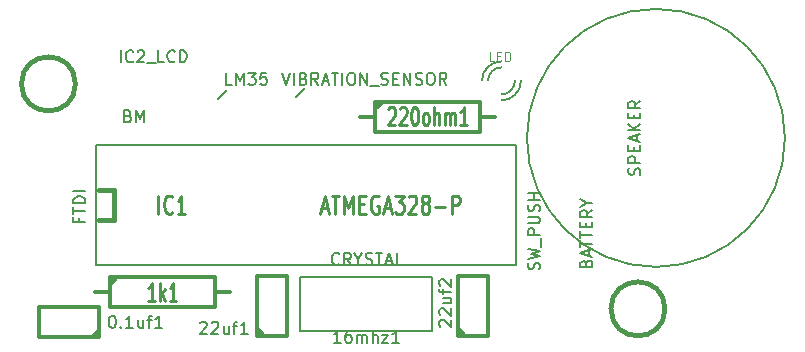
<source format=gto>
G04 #@! TF.FileFunction,Legend,Top*
%FSLAX46Y46*%
G04 Gerber Fmt 4.6, Leading zero omitted, Abs format (unit mm)*
G04 Created by KiCad (PCBNEW 0.201507042246+5884~23~ubuntu15.04.1-product) date Mon 06 Jul 2015 21:28:29 BST*
%MOMM*%
G01*
G04 APERTURE LIST*
%ADD10C,0.150000*%
%ADD11C,0.200000*%
%ADD12C,0.304800*%
%ADD13C,0.381000*%
%ADD14C,0.152400*%
%ADD15C,0.254000*%
%ADD16C,0.203200*%
%ADD17C,0.285750*%
%ADD18C,0.088900*%
G04 APERTURE END LIST*
D10*
D11*
X169926000Y-134112000D02*
X170688000Y-133350000D01*
X163322000Y-134239000D02*
X164084000Y-133477000D01*
D10*
X211328000Y-137541000D02*
G75*
G03X211328000Y-137541000I-10922000J0D01*
G01*
D12*
X154178000Y-149352000D02*
X154178000Y-151892000D01*
X154178000Y-151892000D02*
X163068000Y-151892000D01*
X163068000Y-151892000D02*
X163068000Y-149352000D01*
X163068000Y-149352000D02*
X154178000Y-149352000D01*
X154178000Y-149987000D02*
X154813000Y-149352000D01*
X154178000Y-150622000D02*
X152908000Y-150622000D01*
X163068000Y-150622000D02*
X164338000Y-150622000D01*
X176657000Y-134493000D02*
X176657000Y-137033000D01*
X176657000Y-137033000D02*
X185547000Y-137033000D01*
X185547000Y-137033000D02*
X185547000Y-134493000D01*
X185547000Y-134493000D02*
X176657000Y-134493000D01*
X176657000Y-135128000D02*
X177292000Y-134493000D01*
X176657000Y-135763000D02*
X175387000Y-135763000D01*
X185547000Y-135763000D02*
X186817000Y-135763000D01*
X166624000Y-154254200D02*
X166624000Y-149225000D01*
X166624000Y-149225000D02*
X169164000Y-149225000D01*
X169164000Y-149225000D02*
X169164000Y-154305000D01*
X169164000Y-154305000D02*
X166624000Y-154305000D01*
X167259000Y-154305000D02*
X166624000Y-153670000D01*
X183642000Y-154254200D02*
X183642000Y-149225000D01*
X183642000Y-149225000D02*
X186182000Y-149225000D01*
X186182000Y-149225000D02*
X186182000Y-154305000D01*
X186182000Y-154305000D02*
X183642000Y-154305000D01*
X184277000Y-154305000D02*
X183642000Y-153670000D01*
X153238200Y-154432000D02*
X148209000Y-154432000D01*
X148209000Y-154432000D02*
X148209000Y-151892000D01*
X148209000Y-151892000D02*
X153289000Y-151892000D01*
X153289000Y-151892000D02*
X153289000Y-154432000D01*
X153289000Y-153797000D02*
X152654000Y-154432000D01*
D10*
X181483000Y-153924000D02*
X170307000Y-153924000D01*
X170307000Y-153924000D02*
X170307000Y-149352000D01*
X170307000Y-149352000D02*
X181483000Y-149352000D01*
X181483000Y-149352000D02*
X181483000Y-153924000D01*
X153035000Y-138176000D02*
X188595000Y-138176000D01*
X188595000Y-138176000D02*
X188595000Y-148336000D01*
X188595000Y-148336000D02*
X153035000Y-148336000D01*
X153035000Y-148336000D02*
X153035000Y-138176000D01*
D13*
X153289000Y-141986000D02*
X154559000Y-141986000D01*
X154559000Y-141986000D02*
X154559000Y-144526000D01*
X154559000Y-144526000D02*
X153289000Y-144526000D01*
D14*
X187325000Y-131572000D02*
G75*
G03X186182000Y-132715000I0J-1143000D01*
G01*
X187325000Y-133858000D02*
G75*
G03X188468000Y-132715000I0J1143000D01*
G01*
X187325000Y-131064000D02*
G75*
G03X185674000Y-132715000I0J-1651000D01*
G01*
X187325000Y-134366000D02*
G75*
G03X188976000Y-132715000I0J1651000D01*
G01*
D13*
X151257000Y-132969000D02*
G75*
G03X151257000Y-132969000I-2286000J0D01*
G01*
X201168000Y-152019000D02*
G75*
G03X201168000Y-152019000I-2286000J0D01*
G01*
D10*
X199032762Y-140660048D02*
X199080381Y-140517191D01*
X199080381Y-140279095D01*
X199032762Y-140183857D01*
X198985143Y-140136238D01*
X198889905Y-140088619D01*
X198794667Y-140088619D01*
X198699429Y-140136238D01*
X198651810Y-140183857D01*
X198604190Y-140279095D01*
X198556571Y-140469572D01*
X198508952Y-140564810D01*
X198461333Y-140612429D01*
X198366095Y-140660048D01*
X198270857Y-140660048D01*
X198175619Y-140612429D01*
X198128000Y-140564810D01*
X198080381Y-140469572D01*
X198080381Y-140231476D01*
X198128000Y-140088619D01*
X199080381Y-139660048D02*
X198080381Y-139660048D01*
X198080381Y-139279095D01*
X198128000Y-139183857D01*
X198175619Y-139136238D01*
X198270857Y-139088619D01*
X198413714Y-139088619D01*
X198508952Y-139136238D01*
X198556571Y-139183857D01*
X198604190Y-139279095D01*
X198604190Y-139660048D01*
X198556571Y-138660048D02*
X198556571Y-138326714D01*
X199080381Y-138183857D02*
X199080381Y-138660048D01*
X198080381Y-138660048D01*
X198080381Y-138183857D01*
X198794667Y-137802905D02*
X198794667Y-137326714D01*
X199080381Y-137898143D02*
X198080381Y-137564810D01*
X199080381Y-137231476D01*
X199080381Y-136898143D02*
X198080381Y-136898143D01*
X199080381Y-136326714D02*
X198508952Y-136755286D01*
X198080381Y-136326714D02*
X198651810Y-136898143D01*
X198556571Y-135898143D02*
X198556571Y-135564809D01*
X199080381Y-135421952D02*
X199080381Y-135898143D01*
X198080381Y-135898143D01*
X198080381Y-135421952D01*
X199080381Y-134421952D02*
X198604190Y-134755286D01*
X199080381Y-134993381D02*
X198080381Y-134993381D01*
X198080381Y-134612428D01*
X198128000Y-134517190D01*
X198175619Y-134469571D01*
X198270857Y-134421952D01*
X198413714Y-134421952D01*
X198508952Y-134469571D01*
X198556571Y-134517190D01*
X198604190Y-134612428D01*
X198604190Y-134993381D01*
X151566571Y-144359190D02*
X151566571Y-144692524D01*
X152090381Y-144692524D02*
X151090381Y-144692524D01*
X151090381Y-144216333D01*
X151090381Y-143978238D02*
X151090381Y-143406809D01*
X152090381Y-143692524D02*
X151090381Y-143692524D01*
X152090381Y-143073476D02*
X151090381Y-143073476D01*
X151090381Y-142835381D01*
X151138000Y-142692523D01*
X151233238Y-142597285D01*
X151328476Y-142549666D01*
X151518952Y-142502047D01*
X151661810Y-142502047D01*
X151852286Y-142549666D01*
X151947524Y-142597285D01*
X152042762Y-142692523D01*
X152090381Y-142835381D01*
X152090381Y-143073476D01*
X152090381Y-142073476D02*
X151090381Y-142073476D01*
D15*
X158018238Y-151311429D02*
X157437667Y-151311429D01*
X157727953Y-151311429D02*
X157727953Y-149787429D01*
X157631191Y-150005143D01*
X157534429Y-150150286D01*
X157437667Y-150222857D01*
X158453667Y-151311429D02*
X158453667Y-149787429D01*
X158550429Y-150730857D02*
X158840714Y-151311429D01*
X158840714Y-150295429D02*
X158453667Y-150876000D01*
X159808333Y-151311429D02*
X159227762Y-151311429D01*
X159518048Y-151311429D02*
X159518048Y-149787429D01*
X159421286Y-150005143D01*
X159324524Y-150150286D01*
X159227762Y-150222857D01*
D12*
D15*
X177763715Y-135073571D02*
X177812096Y-135001000D01*
X177908858Y-134928429D01*
X178150762Y-134928429D01*
X178247524Y-135001000D01*
X178295905Y-135073571D01*
X178344286Y-135218714D01*
X178344286Y-135363857D01*
X178295905Y-135581571D01*
X177715334Y-136452429D01*
X178344286Y-136452429D01*
X178731334Y-135073571D02*
X178779715Y-135001000D01*
X178876477Y-134928429D01*
X179118381Y-134928429D01*
X179215143Y-135001000D01*
X179263524Y-135073571D01*
X179311905Y-135218714D01*
X179311905Y-135363857D01*
X179263524Y-135581571D01*
X178682953Y-136452429D01*
X179311905Y-136452429D01*
X179940858Y-134928429D02*
X180037619Y-134928429D01*
X180134381Y-135001000D01*
X180182762Y-135073571D01*
X180231143Y-135218714D01*
X180279524Y-135509000D01*
X180279524Y-135871857D01*
X180231143Y-136162143D01*
X180182762Y-136307286D01*
X180134381Y-136379857D01*
X180037619Y-136452429D01*
X179940858Y-136452429D01*
X179844096Y-136379857D01*
X179795715Y-136307286D01*
X179747334Y-136162143D01*
X179698953Y-135871857D01*
X179698953Y-135509000D01*
X179747334Y-135218714D01*
X179795715Y-135073571D01*
X179844096Y-135001000D01*
X179940858Y-134928429D01*
X180860096Y-136452429D02*
X180763334Y-136379857D01*
X180714953Y-136307286D01*
X180666572Y-136162143D01*
X180666572Y-135726714D01*
X180714953Y-135581571D01*
X180763334Y-135509000D01*
X180860096Y-135436429D01*
X181005238Y-135436429D01*
X181102000Y-135509000D01*
X181150381Y-135581571D01*
X181198762Y-135726714D01*
X181198762Y-136162143D01*
X181150381Y-136307286D01*
X181102000Y-136379857D01*
X181005238Y-136452429D01*
X180860096Y-136452429D01*
X181634191Y-136452429D02*
X181634191Y-134928429D01*
X182069619Y-136452429D02*
X182069619Y-135654143D01*
X182021238Y-135509000D01*
X181924476Y-135436429D01*
X181779334Y-135436429D01*
X181682572Y-135509000D01*
X181634191Y-135581571D01*
X182553429Y-136452429D02*
X182553429Y-135436429D01*
X182553429Y-135581571D02*
X182601810Y-135509000D01*
X182698572Y-135436429D01*
X182843714Y-135436429D01*
X182940476Y-135509000D01*
X182988857Y-135654143D01*
X182988857Y-136452429D01*
X182988857Y-135654143D02*
X183037238Y-135509000D01*
X183134000Y-135436429D01*
X183279143Y-135436429D01*
X183375905Y-135509000D01*
X183424286Y-135654143D01*
X183424286Y-136452429D01*
X184440286Y-136452429D02*
X183859715Y-136452429D01*
X184150001Y-136452429D02*
X184150001Y-134928429D01*
X184053239Y-135146143D01*
X183956477Y-135291286D01*
X183859715Y-135363857D01*
D12*
D16*
X161822191Y-153210381D02*
X161870572Y-153162000D01*
X161967334Y-153113619D01*
X162209238Y-153113619D01*
X162306000Y-153162000D01*
X162354381Y-153210381D01*
X162402762Y-153307143D01*
X162402762Y-153403905D01*
X162354381Y-153549048D01*
X161773810Y-154129619D01*
X162402762Y-154129619D01*
X162789810Y-153210381D02*
X162838191Y-153162000D01*
X162934953Y-153113619D01*
X163176857Y-153113619D01*
X163273619Y-153162000D01*
X163322000Y-153210381D01*
X163370381Y-153307143D01*
X163370381Y-153403905D01*
X163322000Y-153549048D01*
X162741429Y-154129619D01*
X163370381Y-154129619D01*
X164241238Y-153452286D02*
X164241238Y-154129619D01*
X163805810Y-153452286D02*
X163805810Y-153984476D01*
X163854191Y-154081238D01*
X163950953Y-154129619D01*
X164096095Y-154129619D01*
X164192857Y-154081238D01*
X164241238Y-154032857D01*
X164579905Y-153452286D02*
X164966953Y-153452286D01*
X164725048Y-154129619D02*
X164725048Y-153258762D01*
X164773429Y-153162000D01*
X164870191Y-153113619D01*
X164966953Y-153113619D01*
X165837809Y-154129619D02*
X165257238Y-154129619D01*
X165547524Y-154129619D02*
X165547524Y-153113619D01*
X165450762Y-153258762D01*
X165354000Y-153355524D01*
X165257238Y-153403905D01*
X182166381Y-153518809D02*
X182118000Y-153470428D01*
X182069619Y-153373666D01*
X182069619Y-153131762D01*
X182118000Y-153035000D01*
X182166381Y-152986619D01*
X182263143Y-152938238D01*
X182359905Y-152938238D01*
X182505048Y-152986619D01*
X183085619Y-153567190D01*
X183085619Y-152938238D01*
X182166381Y-152551190D02*
X182118000Y-152502809D01*
X182069619Y-152406047D01*
X182069619Y-152164143D01*
X182118000Y-152067381D01*
X182166381Y-152019000D01*
X182263143Y-151970619D01*
X182359905Y-151970619D01*
X182505048Y-152019000D01*
X183085619Y-152599571D01*
X183085619Y-151970619D01*
X182408286Y-151099762D02*
X183085619Y-151099762D01*
X182408286Y-151535190D02*
X182940476Y-151535190D01*
X183037238Y-151486809D01*
X183085619Y-151390047D01*
X183085619Y-151244905D01*
X183037238Y-151148143D01*
X182988857Y-151099762D01*
X182408286Y-150761095D02*
X182408286Y-150374047D01*
X183085619Y-150615952D02*
X182214762Y-150615952D01*
X182118000Y-150567571D01*
X182069619Y-150470809D01*
X182069619Y-150374047D01*
X182166381Y-150083762D02*
X182118000Y-150035381D01*
X182069619Y-149938619D01*
X182069619Y-149696715D01*
X182118000Y-149599953D01*
X182166381Y-149551572D01*
X182263143Y-149503191D01*
X182359905Y-149503191D01*
X182505048Y-149551572D01*
X183085619Y-150132143D01*
X183085619Y-149503191D01*
X154329191Y-152605619D02*
X154425952Y-152605619D01*
X154522714Y-152654000D01*
X154571095Y-152702381D01*
X154619476Y-152799143D01*
X154667857Y-152992667D01*
X154667857Y-153234571D01*
X154619476Y-153428095D01*
X154571095Y-153524857D01*
X154522714Y-153573238D01*
X154425952Y-153621619D01*
X154329191Y-153621619D01*
X154232429Y-153573238D01*
X154184048Y-153524857D01*
X154135667Y-153428095D01*
X154087286Y-153234571D01*
X154087286Y-152992667D01*
X154135667Y-152799143D01*
X154184048Y-152702381D01*
X154232429Y-152654000D01*
X154329191Y-152605619D01*
X155103286Y-153524857D02*
X155151667Y-153573238D01*
X155103286Y-153621619D01*
X155054905Y-153573238D01*
X155103286Y-153524857D01*
X155103286Y-153621619D01*
X156119286Y-153621619D02*
X155538715Y-153621619D01*
X155829001Y-153621619D02*
X155829001Y-152605619D01*
X155732239Y-152750762D01*
X155635477Y-152847524D01*
X155538715Y-152895905D01*
X156990143Y-152944286D02*
X156990143Y-153621619D01*
X156554715Y-152944286D02*
X156554715Y-153476476D01*
X156603096Y-153573238D01*
X156699858Y-153621619D01*
X156845000Y-153621619D01*
X156941762Y-153573238D01*
X156990143Y-153524857D01*
X157328810Y-152944286D02*
X157715858Y-152944286D01*
X157473953Y-153621619D02*
X157473953Y-152750762D01*
X157522334Y-152654000D01*
X157619096Y-152605619D01*
X157715858Y-152605619D01*
X158586714Y-153621619D02*
X158006143Y-153621619D01*
X158296429Y-153621619D02*
X158296429Y-152605619D01*
X158199667Y-152750762D01*
X158102905Y-152847524D01*
X158006143Y-152895905D01*
D10*
X164520715Y-133040381D02*
X164044524Y-133040381D01*
X164044524Y-132040381D01*
X164854048Y-133040381D02*
X164854048Y-132040381D01*
X165187382Y-132754667D01*
X165520715Y-132040381D01*
X165520715Y-133040381D01*
X165901667Y-132040381D02*
X166520715Y-132040381D01*
X166187381Y-132421333D01*
X166330239Y-132421333D01*
X166425477Y-132468952D01*
X166473096Y-132516571D01*
X166520715Y-132611810D01*
X166520715Y-132849905D01*
X166473096Y-132945143D01*
X166425477Y-132992762D01*
X166330239Y-133040381D01*
X166044524Y-133040381D01*
X165949286Y-132992762D01*
X165901667Y-132945143D01*
X167425477Y-132040381D02*
X166949286Y-132040381D01*
X166901667Y-132516571D01*
X166949286Y-132468952D01*
X167044524Y-132421333D01*
X167282620Y-132421333D01*
X167377858Y-132468952D01*
X167425477Y-132516571D01*
X167473096Y-132611810D01*
X167473096Y-132849905D01*
X167425477Y-132945143D01*
X167377858Y-132992762D01*
X167282620Y-133040381D01*
X167044524Y-133040381D01*
X166949286Y-132992762D01*
X166901667Y-132945143D01*
X168768000Y-132040381D02*
X169101333Y-133040381D01*
X169434667Y-132040381D01*
X169768000Y-133040381D02*
X169768000Y-132040381D01*
X170577524Y-132516571D02*
X170720381Y-132564190D01*
X170768000Y-132611810D01*
X170815619Y-132707048D01*
X170815619Y-132849905D01*
X170768000Y-132945143D01*
X170720381Y-132992762D01*
X170625143Y-133040381D01*
X170244190Y-133040381D01*
X170244190Y-132040381D01*
X170577524Y-132040381D01*
X170672762Y-132088000D01*
X170720381Y-132135619D01*
X170768000Y-132230857D01*
X170768000Y-132326095D01*
X170720381Y-132421333D01*
X170672762Y-132468952D01*
X170577524Y-132516571D01*
X170244190Y-132516571D01*
X171815619Y-133040381D02*
X171482285Y-132564190D01*
X171244190Y-133040381D02*
X171244190Y-132040381D01*
X171625143Y-132040381D01*
X171720381Y-132088000D01*
X171768000Y-132135619D01*
X171815619Y-132230857D01*
X171815619Y-132373714D01*
X171768000Y-132468952D01*
X171720381Y-132516571D01*
X171625143Y-132564190D01*
X171244190Y-132564190D01*
X172196571Y-132754667D02*
X172672762Y-132754667D01*
X172101333Y-133040381D02*
X172434666Y-132040381D01*
X172768000Y-133040381D01*
X172958476Y-132040381D02*
X173529905Y-132040381D01*
X173244190Y-133040381D02*
X173244190Y-132040381D01*
X173863238Y-133040381D02*
X173863238Y-132040381D01*
X174529904Y-132040381D02*
X174720381Y-132040381D01*
X174815619Y-132088000D01*
X174910857Y-132183238D01*
X174958476Y-132373714D01*
X174958476Y-132707048D01*
X174910857Y-132897524D01*
X174815619Y-132992762D01*
X174720381Y-133040381D01*
X174529904Y-133040381D01*
X174434666Y-132992762D01*
X174339428Y-132897524D01*
X174291809Y-132707048D01*
X174291809Y-132373714D01*
X174339428Y-132183238D01*
X174434666Y-132088000D01*
X174529904Y-132040381D01*
X175387047Y-133040381D02*
X175387047Y-132040381D01*
X175958476Y-133040381D01*
X175958476Y-132040381D01*
X176196571Y-133135619D02*
X176958476Y-133135619D01*
X177148952Y-132992762D02*
X177291809Y-133040381D01*
X177529905Y-133040381D01*
X177625143Y-132992762D01*
X177672762Y-132945143D01*
X177720381Y-132849905D01*
X177720381Y-132754667D01*
X177672762Y-132659429D01*
X177625143Y-132611810D01*
X177529905Y-132564190D01*
X177339428Y-132516571D01*
X177244190Y-132468952D01*
X177196571Y-132421333D01*
X177148952Y-132326095D01*
X177148952Y-132230857D01*
X177196571Y-132135619D01*
X177244190Y-132088000D01*
X177339428Y-132040381D01*
X177577524Y-132040381D01*
X177720381Y-132088000D01*
X178148952Y-132516571D02*
X178482286Y-132516571D01*
X178625143Y-133040381D02*
X178148952Y-133040381D01*
X178148952Y-132040381D01*
X178625143Y-132040381D01*
X179053714Y-133040381D02*
X179053714Y-132040381D01*
X179625143Y-133040381D01*
X179625143Y-132040381D01*
X180053714Y-132992762D02*
X180196571Y-133040381D01*
X180434667Y-133040381D01*
X180529905Y-132992762D01*
X180577524Y-132945143D01*
X180625143Y-132849905D01*
X180625143Y-132754667D01*
X180577524Y-132659429D01*
X180529905Y-132611810D01*
X180434667Y-132564190D01*
X180244190Y-132516571D01*
X180148952Y-132468952D01*
X180101333Y-132421333D01*
X180053714Y-132326095D01*
X180053714Y-132230857D01*
X180101333Y-132135619D01*
X180148952Y-132088000D01*
X180244190Y-132040381D01*
X180482286Y-132040381D01*
X180625143Y-132088000D01*
X181244190Y-132040381D02*
X181434667Y-132040381D01*
X181529905Y-132088000D01*
X181625143Y-132183238D01*
X181672762Y-132373714D01*
X181672762Y-132707048D01*
X181625143Y-132897524D01*
X181529905Y-132992762D01*
X181434667Y-133040381D01*
X181244190Y-133040381D01*
X181148952Y-132992762D01*
X181053714Y-132897524D01*
X181006095Y-132707048D01*
X181006095Y-132373714D01*
X181053714Y-132183238D01*
X181148952Y-132088000D01*
X181244190Y-132040381D01*
X182672762Y-133040381D02*
X182339428Y-132564190D01*
X182101333Y-133040381D02*
X182101333Y-132040381D01*
X182482286Y-132040381D01*
X182577524Y-132088000D01*
X182625143Y-132135619D01*
X182672762Y-132230857D01*
X182672762Y-132373714D01*
X182625143Y-132468952D01*
X182577524Y-132516571D01*
X182482286Y-132564190D01*
X182101333Y-132564190D01*
X173704524Y-154884381D02*
X173133095Y-154884381D01*
X173418809Y-154884381D02*
X173418809Y-153884381D01*
X173323571Y-154027238D01*
X173228333Y-154122476D01*
X173133095Y-154170095D01*
X174561667Y-153884381D02*
X174371190Y-153884381D01*
X174275952Y-153932000D01*
X174228333Y-153979619D01*
X174133095Y-154122476D01*
X174085476Y-154312952D01*
X174085476Y-154693905D01*
X174133095Y-154789143D01*
X174180714Y-154836762D01*
X174275952Y-154884381D01*
X174466429Y-154884381D01*
X174561667Y-154836762D01*
X174609286Y-154789143D01*
X174656905Y-154693905D01*
X174656905Y-154455810D01*
X174609286Y-154360571D01*
X174561667Y-154312952D01*
X174466429Y-154265333D01*
X174275952Y-154265333D01*
X174180714Y-154312952D01*
X174133095Y-154360571D01*
X174085476Y-154455810D01*
X175085476Y-154884381D02*
X175085476Y-154217714D01*
X175085476Y-154312952D02*
X175133095Y-154265333D01*
X175228333Y-154217714D01*
X175371191Y-154217714D01*
X175466429Y-154265333D01*
X175514048Y-154360571D01*
X175514048Y-154884381D01*
X175514048Y-154360571D02*
X175561667Y-154265333D01*
X175656905Y-154217714D01*
X175799762Y-154217714D01*
X175895000Y-154265333D01*
X175942619Y-154360571D01*
X175942619Y-154884381D01*
X176418809Y-154884381D02*
X176418809Y-153884381D01*
X176847381Y-154884381D02*
X176847381Y-154360571D01*
X176799762Y-154265333D01*
X176704524Y-154217714D01*
X176561666Y-154217714D01*
X176466428Y-154265333D01*
X176418809Y-154312952D01*
X177228333Y-154217714D02*
X177752143Y-154217714D01*
X177228333Y-154884381D01*
X177752143Y-154884381D01*
X178656905Y-154884381D02*
X178085476Y-154884381D01*
X178371190Y-154884381D02*
X178371190Y-153884381D01*
X178275952Y-154027238D01*
X178180714Y-154122476D01*
X178085476Y-154170095D01*
X173585476Y-148185143D02*
X173537857Y-148232762D01*
X173395000Y-148280381D01*
X173299762Y-148280381D01*
X173156904Y-148232762D01*
X173061666Y-148137524D01*
X173014047Y-148042286D01*
X172966428Y-147851810D01*
X172966428Y-147708952D01*
X173014047Y-147518476D01*
X173061666Y-147423238D01*
X173156904Y-147328000D01*
X173299762Y-147280381D01*
X173395000Y-147280381D01*
X173537857Y-147328000D01*
X173585476Y-147375619D01*
X174585476Y-148280381D02*
X174252142Y-147804190D01*
X174014047Y-148280381D02*
X174014047Y-147280381D01*
X174395000Y-147280381D01*
X174490238Y-147328000D01*
X174537857Y-147375619D01*
X174585476Y-147470857D01*
X174585476Y-147613714D01*
X174537857Y-147708952D01*
X174490238Y-147756571D01*
X174395000Y-147804190D01*
X174014047Y-147804190D01*
X175204523Y-147804190D02*
X175204523Y-148280381D01*
X174871190Y-147280381D02*
X175204523Y-147804190D01*
X175537857Y-147280381D01*
X175823571Y-148232762D02*
X175966428Y-148280381D01*
X176204524Y-148280381D01*
X176299762Y-148232762D01*
X176347381Y-148185143D01*
X176395000Y-148089905D01*
X176395000Y-147994667D01*
X176347381Y-147899429D01*
X176299762Y-147851810D01*
X176204524Y-147804190D01*
X176014047Y-147756571D01*
X175918809Y-147708952D01*
X175871190Y-147661333D01*
X175823571Y-147566095D01*
X175823571Y-147470857D01*
X175871190Y-147375619D01*
X175918809Y-147328000D01*
X176014047Y-147280381D01*
X176252143Y-147280381D01*
X176395000Y-147328000D01*
X176680714Y-147280381D02*
X177252143Y-147280381D01*
X176966428Y-148280381D02*
X176966428Y-147280381D01*
X177537857Y-147994667D02*
X178014048Y-147994667D01*
X177442619Y-148280381D02*
X177775952Y-147280381D01*
X178109286Y-148280381D01*
X178918810Y-148280381D02*
X178442619Y-148280381D01*
X178442619Y-147280381D01*
X194492571Y-148169000D02*
X194540190Y-148026143D01*
X194587810Y-147978524D01*
X194683048Y-147930905D01*
X194825905Y-147930905D01*
X194921143Y-147978524D01*
X194968762Y-148026143D01*
X195016381Y-148121381D01*
X195016381Y-148502334D01*
X194016381Y-148502334D01*
X194016381Y-148169000D01*
X194064000Y-148073762D01*
X194111619Y-148026143D01*
X194206857Y-147978524D01*
X194302095Y-147978524D01*
X194397333Y-148026143D01*
X194444952Y-148073762D01*
X194492571Y-148169000D01*
X194492571Y-148502334D01*
X194730667Y-147549953D02*
X194730667Y-147073762D01*
X195016381Y-147645191D02*
X194016381Y-147311858D01*
X195016381Y-146978524D01*
X194016381Y-146788048D02*
X194016381Y-146216619D01*
X195016381Y-146502334D02*
X194016381Y-146502334D01*
X194016381Y-146026143D02*
X194016381Y-145454714D01*
X195016381Y-145740429D02*
X194016381Y-145740429D01*
X194492571Y-145121381D02*
X194492571Y-144788047D01*
X195016381Y-144645190D02*
X195016381Y-145121381D01*
X194016381Y-145121381D01*
X194016381Y-144645190D01*
X195016381Y-143645190D02*
X194540190Y-143978524D01*
X195016381Y-144216619D02*
X194016381Y-144216619D01*
X194016381Y-143835666D01*
X194064000Y-143740428D01*
X194111619Y-143692809D01*
X194206857Y-143645190D01*
X194349714Y-143645190D01*
X194444952Y-143692809D01*
X194492571Y-143740428D01*
X194540190Y-143835666D01*
X194540190Y-144216619D01*
X194540190Y-143026143D02*
X195016381Y-143026143D01*
X194016381Y-143359476D02*
X194540190Y-143026143D01*
X194016381Y-142692809D01*
D17*
X158269215Y-143945429D02*
X158269215Y-142421429D01*
X159466644Y-143800286D02*
X159412215Y-143872857D01*
X159248929Y-143945429D01*
X159140072Y-143945429D01*
X158976787Y-143872857D01*
X158867929Y-143727714D01*
X158813501Y-143582571D01*
X158759072Y-143292286D01*
X158759072Y-143074571D01*
X158813501Y-142784286D01*
X158867929Y-142639143D01*
X158976787Y-142494000D01*
X159140072Y-142421429D01*
X159248929Y-142421429D01*
X159412215Y-142494000D01*
X159466644Y-142566571D01*
X160555215Y-143945429D02*
X159902072Y-143945429D01*
X160228644Y-143945429D02*
X160228644Y-142421429D01*
X160119787Y-142639143D01*
X160010929Y-142784286D01*
X159902072Y-142856857D01*
D12*
D17*
X172075929Y-143510000D02*
X172620215Y-143510000D01*
X171967072Y-143945429D02*
X172348072Y-142421429D01*
X172729072Y-143945429D01*
X172946786Y-142421429D02*
X173599929Y-142421429D01*
X173273358Y-143945429D02*
X173273358Y-142421429D01*
X173980929Y-143945429D02*
X173980929Y-142421429D01*
X174361929Y-143510000D01*
X174742929Y-142421429D01*
X174742929Y-143945429D01*
X175287215Y-143147143D02*
X175668215Y-143147143D01*
X175831501Y-143945429D02*
X175287215Y-143945429D01*
X175287215Y-142421429D01*
X175831501Y-142421429D01*
X176920072Y-142494000D02*
X176811215Y-142421429D01*
X176647929Y-142421429D01*
X176484644Y-142494000D01*
X176375786Y-142639143D01*
X176321358Y-142784286D01*
X176266929Y-143074571D01*
X176266929Y-143292286D01*
X176321358Y-143582571D01*
X176375786Y-143727714D01*
X176484644Y-143872857D01*
X176647929Y-143945429D01*
X176756786Y-143945429D01*
X176920072Y-143872857D01*
X176974501Y-143800286D01*
X176974501Y-143292286D01*
X176756786Y-143292286D01*
X177409929Y-143510000D02*
X177954215Y-143510000D01*
X177301072Y-143945429D02*
X177682072Y-142421429D01*
X178063072Y-143945429D01*
X178335215Y-142421429D02*
X179042786Y-142421429D01*
X178661786Y-143002000D01*
X178825072Y-143002000D01*
X178933929Y-143074571D01*
X178988358Y-143147143D01*
X179042786Y-143292286D01*
X179042786Y-143655143D01*
X178988358Y-143800286D01*
X178933929Y-143872857D01*
X178825072Y-143945429D01*
X178498500Y-143945429D01*
X178389643Y-143872857D01*
X178335215Y-143800286D01*
X179478214Y-142566571D02*
X179532643Y-142494000D01*
X179641500Y-142421429D01*
X179913643Y-142421429D01*
X180022500Y-142494000D01*
X180076929Y-142566571D01*
X180131357Y-142711714D01*
X180131357Y-142856857D01*
X180076929Y-143074571D01*
X179423786Y-143945429D01*
X180131357Y-143945429D01*
X180784500Y-143074571D02*
X180675642Y-143002000D01*
X180621214Y-142929429D01*
X180566785Y-142784286D01*
X180566785Y-142711714D01*
X180621214Y-142566571D01*
X180675642Y-142494000D01*
X180784500Y-142421429D01*
X181002214Y-142421429D01*
X181111071Y-142494000D01*
X181165500Y-142566571D01*
X181219928Y-142711714D01*
X181219928Y-142784286D01*
X181165500Y-142929429D01*
X181111071Y-143002000D01*
X181002214Y-143074571D01*
X180784500Y-143074571D01*
X180675642Y-143147143D01*
X180621214Y-143219714D01*
X180566785Y-143364857D01*
X180566785Y-143655143D01*
X180621214Y-143800286D01*
X180675642Y-143872857D01*
X180784500Y-143945429D01*
X181002214Y-143945429D01*
X181111071Y-143872857D01*
X181165500Y-143800286D01*
X181219928Y-143655143D01*
X181219928Y-143364857D01*
X181165500Y-143219714D01*
X181111071Y-143147143D01*
X181002214Y-143074571D01*
X181709785Y-143364857D02*
X182580642Y-143364857D01*
X183124928Y-143945429D02*
X183124928Y-142421429D01*
X183560356Y-142421429D01*
X183669214Y-142494000D01*
X183723642Y-142566571D01*
X183778071Y-142711714D01*
X183778071Y-142929429D01*
X183723642Y-143074571D01*
X183669214Y-143147143D01*
X183560356Y-143219714D01*
X183124928Y-143219714D01*
D10*
X190523762Y-148676905D02*
X190571381Y-148534048D01*
X190571381Y-148295952D01*
X190523762Y-148200714D01*
X190476143Y-148153095D01*
X190380905Y-148105476D01*
X190285667Y-148105476D01*
X190190429Y-148153095D01*
X190142810Y-148200714D01*
X190095190Y-148295952D01*
X190047571Y-148486429D01*
X189999952Y-148581667D01*
X189952333Y-148629286D01*
X189857095Y-148676905D01*
X189761857Y-148676905D01*
X189666619Y-148629286D01*
X189619000Y-148581667D01*
X189571381Y-148486429D01*
X189571381Y-148248333D01*
X189619000Y-148105476D01*
X189571381Y-147772143D02*
X190571381Y-147534048D01*
X189857095Y-147343571D01*
X190571381Y-147153095D01*
X189571381Y-146915000D01*
X190666619Y-146772143D02*
X190666619Y-146010238D01*
X190571381Y-145772143D02*
X189571381Y-145772143D01*
X189571381Y-145391190D01*
X189619000Y-145295952D01*
X189666619Y-145248333D01*
X189761857Y-145200714D01*
X189904714Y-145200714D01*
X189999952Y-145248333D01*
X190047571Y-145295952D01*
X190095190Y-145391190D01*
X190095190Y-145772143D01*
X189571381Y-144772143D02*
X190380905Y-144772143D01*
X190476143Y-144724524D01*
X190523762Y-144676905D01*
X190571381Y-144581667D01*
X190571381Y-144391190D01*
X190523762Y-144295952D01*
X190476143Y-144248333D01*
X190380905Y-144200714D01*
X189571381Y-144200714D01*
X190523762Y-143772143D02*
X190571381Y-143629286D01*
X190571381Y-143391190D01*
X190523762Y-143295952D01*
X190476143Y-143248333D01*
X190380905Y-143200714D01*
X190285667Y-143200714D01*
X190190429Y-143248333D01*
X190142810Y-143295952D01*
X190095190Y-143391190D01*
X190047571Y-143581667D01*
X189999952Y-143676905D01*
X189952333Y-143724524D01*
X189857095Y-143772143D01*
X189761857Y-143772143D01*
X189666619Y-143724524D01*
X189619000Y-143676905D01*
X189571381Y-143581667D01*
X189571381Y-143343571D01*
X189619000Y-143200714D01*
X190571381Y-142772143D02*
X189571381Y-142772143D01*
X190047571Y-142772143D02*
X190047571Y-142200714D01*
X190571381Y-142200714D02*
X189571381Y-142200714D01*
X155710001Y-135691571D02*
X155852858Y-135739190D01*
X155900477Y-135786810D01*
X155948096Y-135882048D01*
X155948096Y-136024905D01*
X155900477Y-136120143D01*
X155852858Y-136167762D01*
X155757620Y-136215381D01*
X155376667Y-136215381D01*
X155376667Y-135215381D01*
X155710001Y-135215381D01*
X155805239Y-135263000D01*
X155852858Y-135310619D01*
X155900477Y-135405857D01*
X155900477Y-135501095D01*
X155852858Y-135596333D01*
X155805239Y-135643952D01*
X155710001Y-135691571D01*
X155376667Y-135691571D01*
X156376667Y-136215381D02*
X156376667Y-135215381D01*
X156710001Y-135929667D01*
X157043334Y-135215381D01*
X157043334Y-136215381D01*
X155099095Y-131135381D02*
X155099095Y-130135381D01*
X156146714Y-131040143D02*
X156099095Y-131087762D01*
X155956238Y-131135381D01*
X155861000Y-131135381D01*
X155718142Y-131087762D01*
X155622904Y-130992524D01*
X155575285Y-130897286D01*
X155527666Y-130706810D01*
X155527666Y-130563952D01*
X155575285Y-130373476D01*
X155622904Y-130278238D01*
X155718142Y-130183000D01*
X155861000Y-130135381D01*
X155956238Y-130135381D01*
X156099095Y-130183000D01*
X156146714Y-130230619D01*
X156527666Y-130230619D02*
X156575285Y-130183000D01*
X156670523Y-130135381D01*
X156908619Y-130135381D01*
X157003857Y-130183000D01*
X157051476Y-130230619D01*
X157099095Y-130325857D01*
X157099095Y-130421095D01*
X157051476Y-130563952D01*
X156480047Y-131135381D01*
X157099095Y-131135381D01*
X157289571Y-131230619D02*
X158051476Y-131230619D01*
X158765762Y-131135381D02*
X158289571Y-131135381D01*
X158289571Y-130135381D01*
X159670524Y-131040143D02*
X159622905Y-131087762D01*
X159480048Y-131135381D01*
X159384810Y-131135381D01*
X159241952Y-131087762D01*
X159146714Y-130992524D01*
X159099095Y-130897286D01*
X159051476Y-130706810D01*
X159051476Y-130563952D01*
X159099095Y-130373476D01*
X159146714Y-130278238D01*
X159241952Y-130183000D01*
X159384810Y-130135381D01*
X159480048Y-130135381D01*
X159622905Y-130183000D01*
X159670524Y-130230619D01*
X160099095Y-131135381D02*
X160099095Y-130135381D01*
X160337190Y-130135381D01*
X160480048Y-130183000D01*
X160575286Y-130278238D01*
X160622905Y-130373476D01*
X160670524Y-130563952D01*
X160670524Y-130706810D01*
X160622905Y-130897286D01*
X160575286Y-130992524D01*
X160480048Y-131087762D01*
X160337190Y-131135381D01*
X160099095Y-131135381D01*
D18*
X186708143Y-131027714D02*
X186345286Y-131027714D01*
X186345286Y-130265714D01*
X186962143Y-130628571D02*
X187216143Y-130628571D01*
X187325000Y-131027714D02*
X186962143Y-131027714D01*
X186962143Y-130265714D01*
X187325000Y-130265714D01*
X187651572Y-131027714D02*
X187651572Y-130265714D01*
X187833000Y-130265714D01*
X187941857Y-130302000D01*
X188014429Y-130374571D01*
X188050714Y-130447143D01*
X188087000Y-130592286D01*
X188087000Y-130701143D01*
X188050714Y-130846286D01*
X188014429Y-130918857D01*
X187941857Y-130991429D01*
X187833000Y-131027714D01*
X187651572Y-131027714D01*
M02*

</source>
